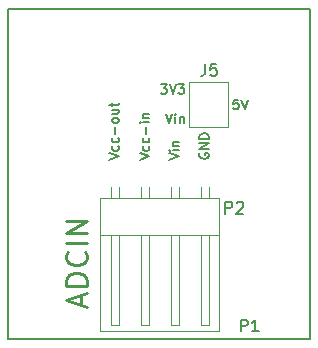
<source format=gbr>
G04 #@! TF.FileFunction,Legend,Top*
%FSLAX46Y46*%
G04 Gerber Fmt 4.6, Leading zero omitted, Abs format (unit mm)*
G04 Created by KiCad (PCBNEW 4.0.6) date 12/07/19 10:47:07*
%MOMM*%
%LPD*%
G01*
G04 APERTURE LIST*
%ADD10C,0.100000*%
%ADD11C,0.150000*%
%ADD12C,0.250000*%
%ADD13C,0.120000*%
G04 APERTURE END LIST*
D10*
D11*
X152016952Y-71611905D02*
X152283619Y-72411905D01*
X152550286Y-71611905D01*
X152816952Y-72411905D02*
X152816952Y-71878571D01*
X152816952Y-71611905D02*
X152778857Y-71650000D01*
X152816952Y-71688095D01*
X152855047Y-71650000D01*
X152816952Y-71611905D01*
X152816952Y-71688095D01*
X153197904Y-71878571D02*
X153197904Y-72411905D01*
X153197904Y-71954762D02*
X153235999Y-71916667D01*
X153312190Y-71878571D01*
X153426476Y-71878571D01*
X153502666Y-71916667D01*
X153540761Y-71992857D01*
X153540761Y-72411905D01*
X158158620Y-70436905D02*
X157777667Y-70436905D01*
X157739572Y-70817857D01*
X157777667Y-70779762D01*
X157853858Y-70741667D01*
X158044334Y-70741667D01*
X158120524Y-70779762D01*
X158158620Y-70817857D01*
X158196715Y-70894048D01*
X158196715Y-71084524D01*
X158158620Y-71160714D01*
X158120524Y-71198810D01*
X158044334Y-71236905D01*
X157853858Y-71236905D01*
X157777667Y-71198810D01*
X157739572Y-71160714D01*
X158425286Y-70436905D02*
X158691953Y-71236905D01*
X158958620Y-70436905D01*
X151620524Y-69111905D02*
X152115762Y-69111905D01*
X151849095Y-69416667D01*
X151963381Y-69416667D01*
X152039571Y-69454762D01*
X152077667Y-69492857D01*
X152115762Y-69569048D01*
X152115762Y-69759524D01*
X152077667Y-69835714D01*
X152039571Y-69873810D01*
X151963381Y-69911905D01*
X151734809Y-69911905D01*
X151658619Y-69873810D01*
X151620524Y-69835714D01*
X152344333Y-69111905D02*
X152611000Y-69911905D01*
X152877667Y-69111905D01*
X153068143Y-69111905D02*
X153563381Y-69111905D01*
X153296714Y-69416667D01*
X153411000Y-69416667D01*
X153487190Y-69454762D01*
X153525286Y-69492857D01*
X153563381Y-69569048D01*
X153563381Y-69759524D01*
X153525286Y-69835714D01*
X153487190Y-69873810D01*
X153411000Y-69911905D01*
X153182428Y-69911905D01*
X153106238Y-69873810D01*
X153068143Y-69835714D01*
X154911000Y-74965476D02*
X154872905Y-75041667D01*
X154872905Y-75155952D01*
X154911000Y-75270238D01*
X154987190Y-75346429D01*
X155063381Y-75384524D01*
X155215762Y-75422619D01*
X155330048Y-75422619D01*
X155482429Y-75384524D01*
X155558619Y-75346429D01*
X155634810Y-75270238D01*
X155672905Y-75155952D01*
X155672905Y-75079762D01*
X155634810Y-74965476D01*
X155596714Y-74927381D01*
X155330048Y-74927381D01*
X155330048Y-75079762D01*
X155672905Y-74584524D02*
X154872905Y-74584524D01*
X155672905Y-74127381D01*
X154872905Y-74127381D01*
X155672905Y-73746429D02*
X154872905Y-73746429D01*
X154872905Y-73555953D01*
X154911000Y-73441667D01*
X154987190Y-73365476D01*
X155063381Y-73327381D01*
X155215762Y-73289286D01*
X155330048Y-73289286D01*
X155482429Y-73327381D01*
X155558619Y-73365476D01*
X155634810Y-73441667D01*
X155672905Y-73555953D01*
X155672905Y-73746429D01*
X152322905Y-75498810D02*
X153122905Y-75232143D01*
X152322905Y-74965476D01*
X153122905Y-74698810D02*
X152589571Y-74698810D01*
X152322905Y-74698810D02*
X152361000Y-74736905D01*
X152399095Y-74698810D01*
X152361000Y-74660715D01*
X152322905Y-74698810D01*
X152399095Y-74698810D01*
X152589571Y-74317858D02*
X153122905Y-74317858D01*
X152665762Y-74317858D02*
X152627667Y-74279763D01*
X152589571Y-74203572D01*
X152589571Y-74089286D01*
X152627667Y-74013096D01*
X152703857Y-73975001D01*
X153122905Y-73975001D01*
X149822905Y-75498810D02*
X150622905Y-75232143D01*
X149822905Y-74965476D01*
X150584810Y-74355953D02*
X150622905Y-74432143D01*
X150622905Y-74584524D01*
X150584810Y-74660715D01*
X150546714Y-74698810D01*
X150470524Y-74736905D01*
X150241952Y-74736905D01*
X150165762Y-74698810D01*
X150127667Y-74660715D01*
X150089571Y-74584524D01*
X150089571Y-74432143D01*
X150127667Y-74355953D01*
X150584810Y-73670239D02*
X150622905Y-73746429D01*
X150622905Y-73898810D01*
X150584810Y-73975001D01*
X150546714Y-74013096D01*
X150470524Y-74051191D01*
X150241952Y-74051191D01*
X150165762Y-74013096D01*
X150127667Y-73975001D01*
X150089571Y-73898810D01*
X150089571Y-73746429D01*
X150127667Y-73670239D01*
X150318143Y-73327382D02*
X150318143Y-72717858D01*
X150622905Y-72336906D02*
X150089571Y-72336906D01*
X149822905Y-72336906D02*
X149861000Y-72375001D01*
X149899095Y-72336906D01*
X149861000Y-72298811D01*
X149822905Y-72336906D01*
X149899095Y-72336906D01*
X150089571Y-71955954D02*
X150622905Y-71955954D01*
X150165762Y-71955954D02*
X150127667Y-71917859D01*
X150089571Y-71841668D01*
X150089571Y-71727382D01*
X150127667Y-71651192D01*
X150203857Y-71613097D01*
X150622905Y-71613097D01*
X147222905Y-75498810D02*
X148022905Y-75232143D01*
X147222905Y-74965476D01*
X147984810Y-74355953D02*
X148022905Y-74432143D01*
X148022905Y-74584524D01*
X147984810Y-74660715D01*
X147946714Y-74698810D01*
X147870524Y-74736905D01*
X147641952Y-74736905D01*
X147565762Y-74698810D01*
X147527667Y-74660715D01*
X147489571Y-74584524D01*
X147489571Y-74432143D01*
X147527667Y-74355953D01*
X147984810Y-73670239D02*
X148022905Y-73746429D01*
X148022905Y-73898810D01*
X147984810Y-73975001D01*
X147946714Y-74013096D01*
X147870524Y-74051191D01*
X147641952Y-74051191D01*
X147565762Y-74013096D01*
X147527667Y-73975001D01*
X147489571Y-73898810D01*
X147489571Y-73746429D01*
X147527667Y-73670239D01*
X147718143Y-73327382D02*
X147718143Y-72717858D01*
X148022905Y-72222620D02*
X147984810Y-72298811D01*
X147946714Y-72336906D01*
X147870524Y-72375001D01*
X147641952Y-72375001D01*
X147565762Y-72336906D01*
X147527667Y-72298811D01*
X147489571Y-72222620D01*
X147489571Y-72108334D01*
X147527667Y-72032144D01*
X147565762Y-71994049D01*
X147641952Y-71955953D01*
X147870524Y-71955953D01*
X147946714Y-71994049D01*
X147984810Y-72032144D01*
X148022905Y-72108334D01*
X148022905Y-72222620D01*
X147489571Y-71270239D02*
X148022905Y-71270239D01*
X147489571Y-71613096D02*
X147908619Y-71613096D01*
X147984810Y-71575001D01*
X148022905Y-71498810D01*
X148022905Y-71384524D01*
X147984810Y-71308334D01*
X147946714Y-71270239D01*
X147489571Y-71003572D02*
X147489571Y-70698810D01*
X147222905Y-70889286D02*
X147908619Y-70889286D01*
X147984810Y-70851191D01*
X148022905Y-70775000D01*
X148022905Y-70698810D01*
D12*
X144861000Y-87800000D02*
X144861000Y-86942857D01*
X145375286Y-87971428D02*
X143575286Y-87371428D01*
X145375286Y-86771428D01*
X145375286Y-86171429D02*
X143575286Y-86171429D01*
X143575286Y-85742857D01*
X143661000Y-85485714D01*
X143832429Y-85314286D01*
X144003857Y-85228571D01*
X144346714Y-85142857D01*
X144603857Y-85142857D01*
X144946714Y-85228571D01*
X145118143Y-85314286D01*
X145289571Y-85485714D01*
X145375286Y-85742857D01*
X145375286Y-86171429D01*
X145203857Y-83342857D02*
X145289571Y-83428571D01*
X145375286Y-83685714D01*
X145375286Y-83857143D01*
X145289571Y-84114286D01*
X145118143Y-84285714D01*
X144946714Y-84371429D01*
X144603857Y-84457143D01*
X144346714Y-84457143D01*
X144003857Y-84371429D01*
X143832429Y-84285714D01*
X143661000Y-84114286D01*
X143575286Y-83857143D01*
X143575286Y-83685714D01*
X143661000Y-83428571D01*
X143746714Y-83342857D01*
X145375286Y-82571429D02*
X143575286Y-82571429D01*
X145375286Y-81714286D02*
X143575286Y-81714286D01*
X145375286Y-80685714D01*
X143575286Y-80685714D01*
D11*
X164241000Y-62745000D02*
X138701000Y-62745000D01*
X164241000Y-90675000D02*
X164241000Y-62745000D01*
X138701000Y-90675000D02*
X164241000Y-90675000D01*
X138701000Y-62745000D02*
X138701000Y-90675000D01*
D13*
X153111000Y-89525000D02*
X153111000Y-81925000D01*
X152471000Y-89525000D02*
X153111000Y-89525000D01*
X152471000Y-81925000D02*
X152471000Y-89525000D01*
X152471000Y-78725000D02*
X152471000Y-77825000D01*
X153111000Y-77825000D02*
X153111000Y-78725000D01*
X153111000Y-77825000D02*
X153111000Y-78725000D01*
X152471000Y-78725000D02*
X152471000Y-77825000D01*
X152471000Y-81925000D02*
X152471000Y-89525000D01*
X152471000Y-89525000D02*
X153111000Y-89525000D01*
X153111000Y-89525000D02*
X153111000Y-81925000D01*
X153111000Y-89525000D02*
X153111000Y-81925000D01*
X152471000Y-89525000D02*
X153111000Y-89525000D01*
X152471000Y-81925000D02*
X152471000Y-89525000D01*
X152471000Y-78725000D02*
X152471000Y-77825000D01*
X153111000Y-77825000D02*
X153111000Y-78725000D01*
X153111000Y-77825000D02*
X153111000Y-78725000D01*
X152471000Y-78725000D02*
X152471000Y-77825000D01*
X152471000Y-81925000D02*
X152471000Y-89525000D01*
X152471000Y-89525000D02*
X153111000Y-89525000D01*
X153111000Y-89525000D02*
X153111000Y-81925000D01*
X155651000Y-89525000D02*
X155651000Y-81925000D01*
X155011000Y-89525000D02*
X155651000Y-89525000D01*
X155011000Y-81925000D02*
X155011000Y-89525000D01*
X155011000Y-78725000D02*
X155011000Y-77825000D01*
X155651000Y-77825000D02*
X155651000Y-78725000D01*
X155651000Y-77825000D02*
X155651000Y-78725000D01*
X155011000Y-78725000D02*
X155011000Y-77825000D01*
X155011000Y-81925000D02*
X155011000Y-89525000D01*
X155011000Y-89525000D02*
X155651000Y-89525000D01*
X155651000Y-89525000D02*
X155651000Y-81925000D01*
X155651000Y-89525000D02*
X155651000Y-81925000D01*
X155011000Y-89525000D02*
X155651000Y-89525000D01*
X155011000Y-81925000D02*
X155011000Y-89525000D01*
X155011000Y-78725000D02*
X155011000Y-77825000D01*
X155651000Y-77825000D02*
X155651000Y-78725000D01*
X155651000Y-77825000D02*
X155651000Y-78725000D01*
X155011000Y-78725000D02*
X155011000Y-77825000D01*
X155011000Y-81925000D02*
X155011000Y-89525000D01*
X155011000Y-89525000D02*
X155651000Y-89525000D01*
X155651000Y-89525000D02*
X155651000Y-81925000D01*
X150571000Y-89525000D02*
X150571000Y-81925000D01*
X149931000Y-89525000D02*
X150571000Y-89525000D01*
X149931000Y-81925000D02*
X149931000Y-89525000D01*
X149931000Y-78725000D02*
X149931000Y-77825000D01*
X150571000Y-77825000D02*
X150571000Y-78725000D01*
X150571000Y-77825000D02*
X150571000Y-78725000D01*
X149931000Y-78725000D02*
X149931000Y-77825000D01*
X149931000Y-81925000D02*
X149931000Y-89525000D01*
X149931000Y-89525000D02*
X150571000Y-89525000D01*
X150571000Y-89525000D02*
X150571000Y-81925000D01*
X150571000Y-89525000D02*
X150571000Y-81925000D01*
X149931000Y-89525000D02*
X150571000Y-89525000D01*
X149931000Y-81925000D02*
X149931000Y-89525000D01*
X149931000Y-78725000D02*
X149931000Y-77825000D01*
X150571000Y-77825000D02*
X150571000Y-78725000D01*
X150571000Y-77825000D02*
X150571000Y-78725000D01*
X149931000Y-78725000D02*
X149931000Y-77825000D01*
X149931000Y-81925000D02*
X149931000Y-89525000D01*
X149931000Y-89525000D02*
X150571000Y-89525000D01*
X150571000Y-89525000D02*
X150571000Y-81925000D01*
X148031000Y-89525000D02*
X148031000Y-81925000D01*
X147391000Y-89525000D02*
X148031000Y-89525000D01*
X147391000Y-81925000D02*
X147391000Y-89525000D01*
X147391000Y-78725000D02*
X147391000Y-77825000D01*
X148031000Y-77825000D02*
X148031000Y-78725000D01*
X148031000Y-77825000D02*
X148031000Y-78725000D01*
X147391000Y-78725000D02*
X147391000Y-77825000D01*
X147391000Y-81925000D02*
X147391000Y-89525000D01*
X147391000Y-89525000D02*
X148031000Y-89525000D01*
X148031000Y-89525000D02*
X148031000Y-81925000D01*
X148031000Y-89525000D02*
X148031000Y-81925000D01*
X147391000Y-89525000D02*
X148031000Y-89525000D01*
X147391000Y-81925000D02*
X147391000Y-89525000D01*
X147391000Y-78725000D02*
X147391000Y-77825000D01*
X148031000Y-77825000D02*
X148031000Y-78725000D01*
X148031000Y-77825000D02*
X148031000Y-78725000D01*
X147391000Y-78725000D02*
X147391000Y-77825000D01*
X147391000Y-81925000D02*
X147391000Y-89525000D01*
X147391000Y-89525000D02*
X148031000Y-89525000D01*
X148031000Y-89525000D02*
X148031000Y-81925000D01*
X156521000Y-81925000D02*
X146421000Y-81925000D01*
X146421000Y-78725000D02*
X146421000Y-90035000D01*
X146421000Y-90035000D02*
X156521000Y-90035000D01*
X156521000Y-90035000D02*
X156521000Y-78725000D01*
X156521000Y-78725000D02*
X146421000Y-78725000D01*
X155776000Y-72710000D02*
X157306000Y-72710000D01*
X155776000Y-68890000D02*
X157306000Y-68890000D01*
X157306000Y-72710000D02*
X157306000Y-68890000D01*
X155776000Y-68890000D02*
X153996000Y-68890000D01*
X153996000Y-68890000D02*
X153996000Y-72710000D01*
X155776000Y-72710000D02*
X153996000Y-72710000D01*
D11*
X158372905Y-90052381D02*
X158372905Y-89052381D01*
X158753858Y-89052381D01*
X158849096Y-89100000D01*
X158896715Y-89147619D01*
X158944334Y-89242857D01*
X158944334Y-89385714D01*
X158896715Y-89480952D01*
X158849096Y-89528571D01*
X158753858Y-89576190D01*
X158372905Y-89576190D01*
X159896715Y-90052381D02*
X159325286Y-90052381D01*
X159611000Y-90052381D02*
X159611000Y-89052381D01*
X159515762Y-89195238D01*
X159420524Y-89290476D01*
X159325286Y-89338095D01*
X157072905Y-80077381D02*
X157072905Y-79077381D01*
X157453858Y-79077381D01*
X157549096Y-79125000D01*
X157596715Y-79172619D01*
X157644334Y-79267857D01*
X157644334Y-79410714D01*
X157596715Y-79505952D01*
X157549096Y-79553571D01*
X157453858Y-79601190D01*
X157072905Y-79601190D01*
X158025286Y-79172619D02*
X158072905Y-79125000D01*
X158168143Y-79077381D01*
X158406239Y-79077381D01*
X158501477Y-79125000D01*
X158549096Y-79172619D01*
X158596715Y-79267857D01*
X158596715Y-79363095D01*
X158549096Y-79505952D01*
X157977667Y-80077381D01*
X158596715Y-80077381D01*
X155352667Y-67402381D02*
X155352667Y-68116667D01*
X155305047Y-68259524D01*
X155209809Y-68354762D01*
X155066952Y-68402381D01*
X154971714Y-68402381D01*
X156305048Y-67402381D02*
X155828857Y-67402381D01*
X155781238Y-67878571D01*
X155828857Y-67830952D01*
X155924095Y-67783333D01*
X156162191Y-67783333D01*
X156257429Y-67830952D01*
X156305048Y-67878571D01*
X156352667Y-67973810D01*
X156352667Y-68211905D01*
X156305048Y-68307143D01*
X156257429Y-68354762D01*
X156162191Y-68402381D01*
X155924095Y-68402381D01*
X155828857Y-68354762D01*
X155781238Y-68307143D01*
M02*

</source>
